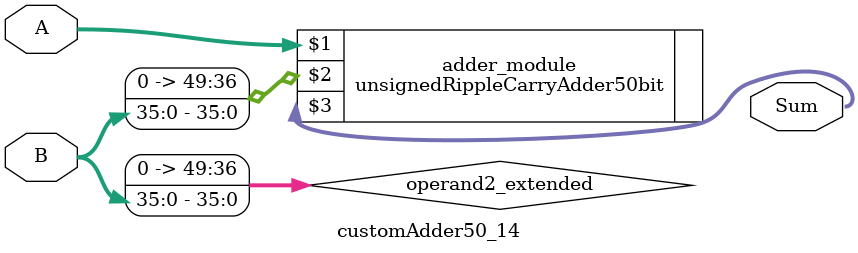
<source format=v>
module customAdder50_14(
                        input [49 : 0] A,
                        input [35 : 0] B,
                        
                        output [50 : 0] Sum
                );

        wire [49 : 0] operand2_extended;
        
        assign operand2_extended =  {14'b0, B};
        
        unsignedRippleCarryAdder50bit adder_module(
            A,
            operand2_extended,
            Sum
        );
        
        endmodule
        
</source>
